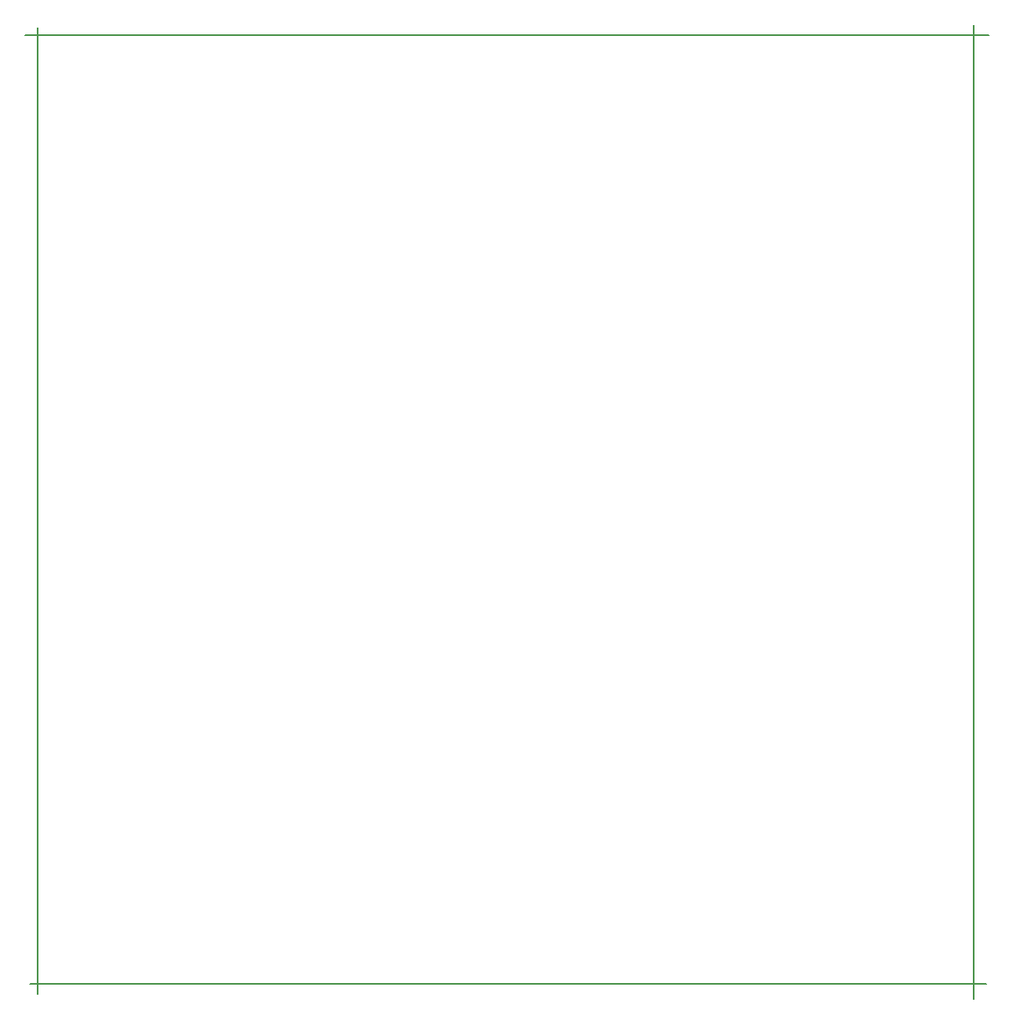
<source format=gm1>
G04 #@! TF.FileFunction,Profile,NP*
%FSLAX46Y46*%
G04 Gerber Fmt 4.6, Leading zero omitted, Abs format (unit mm)*
G04 Created by KiCad (PCBNEW 4.0.5) date 07/05/17 15:18:17*
%MOMM*%
%LPD*%
G01*
G04 APERTURE LIST*
%ADD10C,0.100000*%
%ADD11C,0.150000*%
G04 APERTURE END LIST*
D10*
D11*
X42418000Y-131572000D02*
X42418000Y-33782000D01*
X41656000Y-130556000D02*
X138430000Y-130556000D01*
X137160000Y-33528000D02*
X137160000Y-132080000D01*
X41148000Y-34544000D02*
X138684000Y-34544000D01*
M02*

</source>
